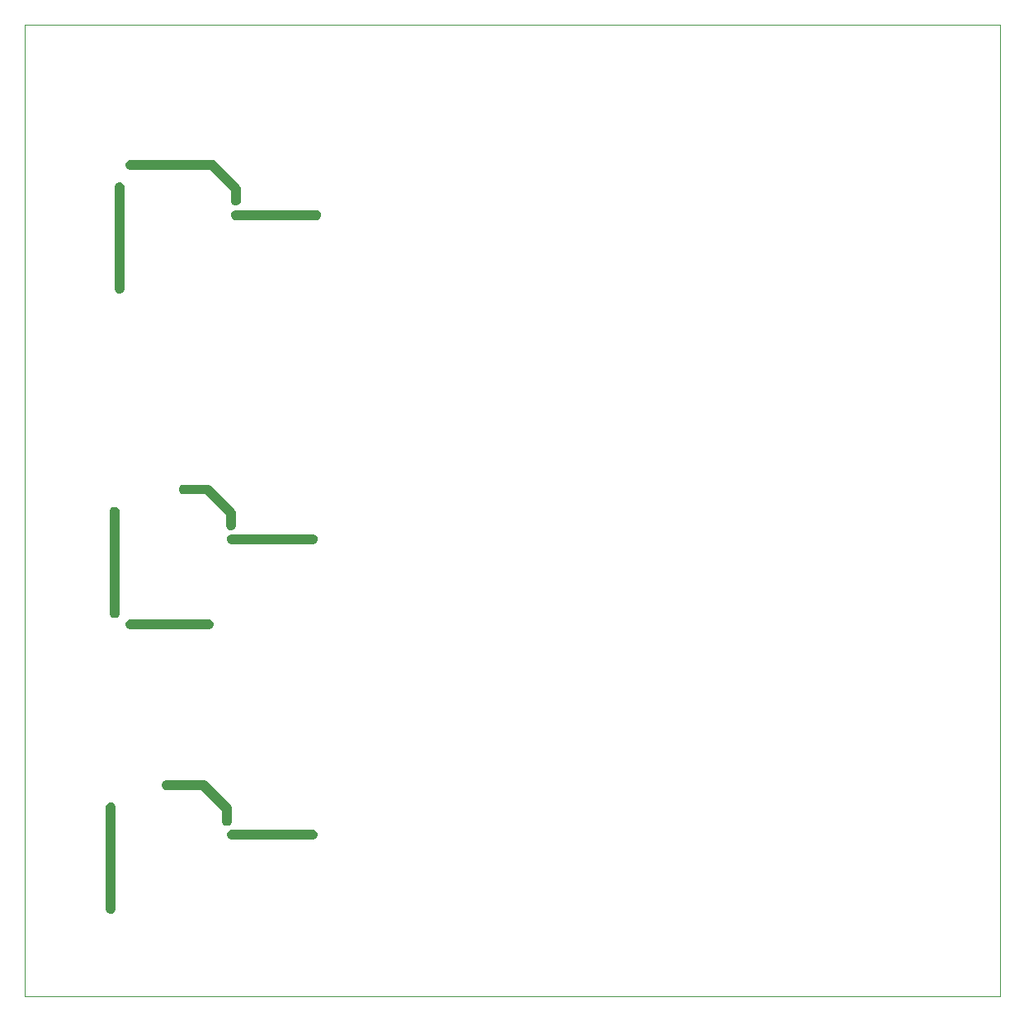
<source format=gbr>
G04 Layer_Color=0*
%FSLAX26Y26*%
%MOIN*%
%TF.FileFunction,Profile,NP*%
%TF.Part,Single*%
G01*
G75*
%TA.AperFunction,Profile*%
%ADD44C,0.001000*%
G36*
X760000Y-3219700D02*
X756081D01*
X748841Y-3216701D01*
X743299Y-3211159D01*
X740300Y-3203919D01*
Y-3196081D01*
X743299Y-3188841D01*
X748841Y-3183299D01*
X756081Y-3180300D01*
X760000D01*
D01*
X1085000D01*
X1088918D01*
X1096159Y-3183299D01*
X1101701Y-3188841D01*
X1104700Y-3196081D01*
Y-3200000D01*
Y-3203919D01*
X1101701Y-3211159D01*
X1096159Y-3216701D01*
X1088918Y-3219700D01*
X1085000D01*
D01*
X760000D01*
D02*
G37*
G36*
Y-2025000D02*
X756081D01*
X748841Y-2022001D01*
X743299Y-2016459D01*
X740300Y-2009219D01*
Y-2001381D01*
X743299Y-1994141D01*
X748841Y-1988599D01*
X756081Y-1985600D01*
X760000D01*
D01*
X1085000D01*
X1088918D01*
X1096159Y-1988599D01*
X1101701Y-1994141D01*
X1104700Y-2001381D01*
Y-2005300D01*
Y-2009219D01*
X1101701Y-2016459D01*
X1096159Y-2022001D01*
X1088918Y-2025000D01*
X1085000D01*
D01*
X760000D01*
D02*
G37*
G36*
X775000Y-715000D02*
X771081D01*
X763841Y-712001D01*
X758299Y-706459D01*
X755300Y-699219D01*
Y-691381D01*
X758299Y-684141D01*
X763841Y-678599D01*
X771081Y-675600D01*
X775000D01*
D01*
X1100000D01*
X1103918D01*
X1111159Y-678599D01*
X1116701Y-684141D01*
X1119700Y-691381D01*
Y-695300D01*
Y-699219D01*
X1116701Y-706459D01*
X1111159Y-712001D01*
X1103918Y-715000D01*
X1100000D01*
D01*
X775000D01*
D02*
G37*
G36*
X265300Y-2305000D02*
Y-2308919D01*
X268299Y-2316159D01*
X273841Y-2321701D01*
X281081Y-2324700D01*
X288918D01*
X296159Y-2321701D01*
X301701Y-2316159D01*
X304700Y-2308919D01*
Y-2305000D01*
D01*
Y-1895000D01*
Y-1891082D01*
X301701Y-1883841D01*
X296159Y-1878299D01*
X288918Y-1875300D01*
X281081D01*
X273841Y-1878299D01*
X268299Y-1883841D01*
X265300Y-1891082D01*
Y-1895000D01*
D01*
Y-2305000D01*
D02*
G37*
G36*
X285300Y-993150D02*
Y-997068D01*
X288299Y-1004309D01*
X293841Y-1009851D01*
X301081Y-1012850D01*
X308918D01*
X316159Y-1009851D01*
X321701Y-1004309D01*
X324700Y-997068D01*
Y-993150D01*
D01*
Y-583150D01*
Y-579231D01*
X321701Y-571991D01*
X316159Y-566449D01*
X308918Y-563450D01*
X301081D01*
X293841Y-566449D01*
X288299Y-571991D01*
X285300Y-579231D01*
Y-583150D01*
D01*
Y-993150D01*
D02*
G37*
G36*
X250300Y-3500000D02*
Y-3503919D01*
X253299Y-3511159D01*
X258841Y-3516701D01*
X266081Y-3519700D01*
X273918D01*
X281159Y-3516701D01*
X286701Y-3511159D01*
X289700Y-3503919D01*
Y-3500000D01*
D01*
Y-3090000D01*
Y-3086081D01*
X286701Y-3078841D01*
X281159Y-3073299D01*
X273918Y-3070300D01*
X266081D01*
X258841Y-3073299D01*
X253299Y-3078841D01*
X250300Y-3086081D01*
Y-3090000D01*
D01*
Y-3500000D01*
D02*
G37*
G36*
X350000Y-512850D02*
X346081D01*
X338841Y-509851D01*
X333299Y-504309D01*
X330300Y-497068D01*
Y-489231D01*
X333299Y-481991D01*
X338841Y-476449D01*
X346081Y-473450D01*
X350000D01*
D01*
X665000D01*
X665962D01*
X667878Y-473637D01*
X669767Y-474011D01*
X671610Y-474567D01*
X672500Y-474933D01*
X675197Y-473823D01*
X681004Y-473260D01*
X686724Y-474404D01*
X691867Y-477157D01*
X693930Y-479220D01*
D01*
X788940Y-574230D01*
X788938Y-574227D01*
X788933Y-574222D01*
X788928Y-574217D01*
X788923Y-574212D01*
X788920Y-574210D01*
Y-574210D01*
X788930Y-574220D01*
X790302Y-575592D01*
X792458Y-578818D01*
X793943Y-582404D01*
X794700Y-586210D01*
Y-588150D01*
D01*
Y-638150D01*
Y-642068D01*
X791701Y-649309D01*
X786159Y-654851D01*
X778918Y-657850D01*
X771081D01*
X763841Y-654851D01*
X758299Y-649309D01*
X755300Y-642068D01*
Y-638150D01*
D01*
Y-596310D01*
X670927Y-511937D01*
X670209Y-512163D01*
X668743Y-512506D01*
X667254Y-512735D01*
X665753Y-512850D01*
X665000D01*
D01*
X350000D01*
D02*
G37*
G36*
X565000Y-1824700D02*
X561081D01*
X553841Y-1821701D01*
X548299Y-1816159D01*
X545300Y-1808919D01*
Y-1801082D01*
X548299Y-1793841D01*
X553841Y-1788299D01*
X561081Y-1785300D01*
X565000D01*
D01*
X645000D01*
X645962D01*
X647878Y-1785488D01*
X649767Y-1785861D01*
X651610Y-1786417D01*
X652500Y-1786784D01*
X655197Y-1785673D01*
X661004Y-1785111D01*
X666724Y-1786255D01*
X671867Y-1789007D01*
X673930Y-1791070D01*
D01*
X768940Y-1886080D01*
X768938Y-1886078D01*
X768933Y-1886072D01*
X768928Y-1886068D01*
X768923Y-1886062D01*
X768920Y-1886060D01*
Y-1886060D01*
X768930Y-1886070D01*
X770302Y-1887442D01*
X772458Y-1890669D01*
X773943Y-1894254D01*
X774700Y-1898060D01*
Y-1900000D01*
D01*
Y-1950000D01*
Y-1953919D01*
X771701Y-1961159D01*
X766159Y-1966701D01*
X758918Y-1969700D01*
X751081D01*
X743841Y-1966701D01*
X738299Y-1961159D01*
X735300Y-1953919D01*
Y-1950000D01*
D01*
Y-1908160D01*
X650927Y-1823787D01*
X650209Y-1824014D01*
X648743Y-1824356D01*
X647254Y-1824585D01*
X645753Y-1824700D01*
X645000D01*
D01*
X565000D01*
D02*
G37*
G36*
X350000Y-2369700D02*
X346081D01*
X338841Y-2366701D01*
X333299Y-2361159D01*
X330300Y-2353919D01*
Y-2346081D01*
X333299Y-2338841D01*
X338841Y-2333299D01*
X346081Y-2330300D01*
X350000D01*
D01*
X665000D01*
X668918D01*
X676159Y-2333299D01*
X681701Y-2338841D01*
X684700Y-2346081D01*
Y-2350000D01*
Y-2353919D01*
X681701Y-2361159D01*
X676159Y-2366701D01*
X668918Y-2369700D01*
X665000D01*
D01*
X350000D01*
D02*
G37*
G36*
X495000Y-3019700D02*
X491081D01*
X483841Y-3016701D01*
X478299Y-3011159D01*
X475300Y-3003919D01*
Y-2996081D01*
X478299Y-2988841D01*
X483841Y-2983299D01*
X491081Y-2980300D01*
X495000D01*
D01*
X645000D01*
X646940D01*
X650746Y-2981057D01*
X654331Y-2982542D01*
X657558Y-2984698D01*
X658930Y-2986070D01*
D01*
X658920Y-2986060D01*
X658923Y-2986062D01*
X658928Y-2986068D01*
X658933Y-2986073D01*
X658938Y-2986077D01*
X658940Y-2986080D01*
X658940D01*
X658920Y-2986060D01*
X753940Y-3081080D01*
X753938Y-3081077D01*
X753933Y-3081073D01*
X753928Y-3081068D01*
X753923Y-3081062D01*
X753920Y-3081060D01*
Y-3081060D01*
X753930Y-3081070D01*
X755302Y-3082442D01*
X757458Y-3085669D01*
X758943Y-3089254D01*
X759700Y-3093060D01*
Y-3095000D01*
D01*
Y-3145000D01*
Y-3148919D01*
X756701Y-3156159D01*
X751159Y-3161701D01*
X743918Y-3164700D01*
X736081D01*
X728841Y-3161701D01*
X723299Y-3156159D01*
X720300Y-3148919D01*
Y-3145000D01*
D01*
Y-3103160D01*
X636840Y-3019700D01*
X495000D01*
D02*
G37*
D44*
X-78740Y-3854527D02*
X3861220Y-3854528D01*
X3861220Y74472D01*
X-78740Y74473D01*
X-78740Y-3854527D01*
%TF.MD5,ba6c2b3d4fe57829d64852f3eb5e0428*%
M02*

</source>
